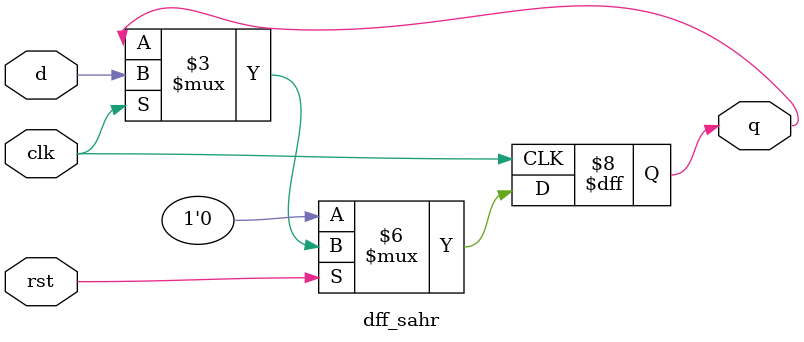
<source format=v>
`timescale 1ns / 1ps


module dff_sahr(q,d,clk,rst);
input d,clk,rst;
output reg q;
always @(posedge clk)
if (!rst) q<=1'b0;
else if (clk) q<=d;

endmodule

</source>
